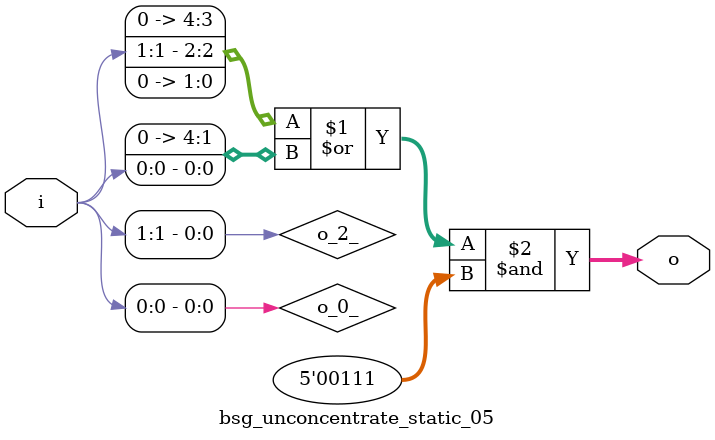
<source format=v>
module bsg_unconcentrate_static_05(	// file.cleaned.mlir:2:3
  input  [1:0] i,	// file.cleaned.mlir:2:45
  output [4:0] o	// file.cleaned.mlir:2:58
);

  wire o_0_;	// file.cleaned.mlir:11:10
  wire o_2_;	// file.cleaned.mlir:10:10
  assign o_2_ = i[1];	// file.cleaned.mlir:10:10
  assign o_0_ = i[0];	// file.cleaned.mlir:11:10
  assign o = ({2'h0, o_2_, 2'h0} | {4'h0, o_0_}) & 5'h7;	// file.cleaned.mlir:3:14, :4:14, :5:14, :6:10, :7:10, :8:10, :9:10, :10:10, :11:10, :12:5
endmodule


</source>
